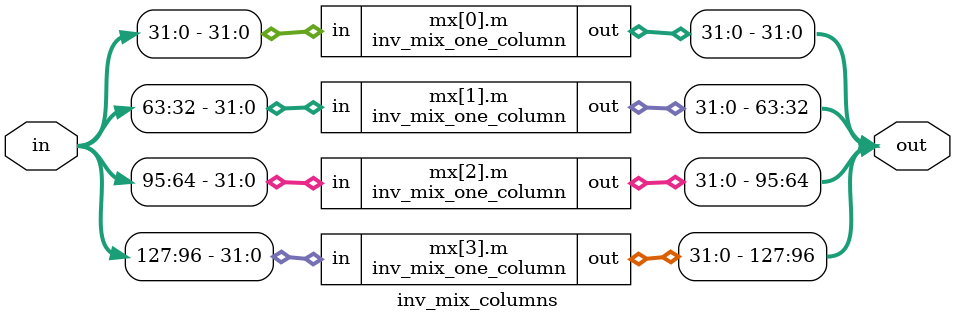
<source format=sv>


////////////////////////////////////////////////////
// One column mixing operation
////////////////////////////////////////////////////
module mix_one_column (in,out);

input [4*8-1:0] in;
output [4*8-1:0] out;
wire [4*8-1:0] out;

function [7:0] mult2;
	input [7:0] n;
	begin
		mult2 = {n[6],n[5],n[4],n[3]^n[7],n[2]^n[7],n[1],n[0]^n[7],n[7]};
	end
endfunction

function [7:0] mult3;
	input [7:0] n;
	begin
		mult3 = mult2(n) ^ n;
	end
endfunction

wire [7:0] s0_i,s1_i,s2_i,s3_i;
wire [7:0] s0_o,s1_o,s2_o,s3_o;

assign {s0_i,s1_i,s2_i,s3_i} = in;

assign s0_o = mult2(s0_i) ^ mult3(s1_i) ^ s2_i ^ s3_i;
assign s1_o = s0_i ^ mult2(s1_i) ^ mult3(s2_i) ^ s3_i;
assign s2_o = s0_i ^ s1_i ^ mult2(s2_i) ^ mult3(s3_i);
assign s3_o = mult3(s0_i) ^ s1_i ^ s2_i ^ mult2(s3_i);

assign out = {s0_o,s1_o,s2_o,s3_o};

endmodule

////////////////////////////////////////////////////
// mix_columns implemented as 4 single col mixers
////////////////////////////////////////////////////
module mix_columns (in,out);
input [16*8-1 : 0] in;
output [16*8-1 : 0] out;
wire [16*8-1 : 0] out;

genvar i;
generate
    for (i=0; i<4; i=i+1)
    begin : mx
       mix_one_column m (.in(in[32*i+31:32*i]),
						.out(out[32*i+31:32*i]));
    end
endgenerate
endmodule

////////////////////////////////////////////////////
// Inverse One column mixing operation
////////////////////////////////////////////////////
module inv_mix_one_column (in,out);

input [4*8-1:0] in;
output [4*8-1:0] out;
wire [4*8-1:0] out;

function [7:0] mult2;
	input [7:0] n;
	begin
		mult2 = {n[6],n[5],n[4],n[3]^n[7],n[2]^n[7],n[1],n[0]^n[7],n[7]};
	end
endfunction

function [7:0] mult4;
	input [7:0] n;
	begin
		mult4 = {n[5],	n[4],	n[3]^n[7],	n[2]^n[7]^n[6],
				n[6]^n[1],	n[0]^n[7],	n[6]^n[7],	n[6]};
	end
endfunction

function [7:0] mult8;
	input [7:0] n;
	begin
		mult8 = {n[4],	n[3]^n[7],	n[2]^n[7]^n[6],	n[5]^n[6]^n[1],
				n[5]^n[0]^n[7],	n[6]^n[7],	n[6]^n[5],	n[5]};
	end
endfunction

// equivalent to mult8 ^ mult2
function [7:0] multa;
	input [7:0] n;
	begin
		multa = {n[4]^n[6],	n[3]^n[7]^n[5],	n[4]^n[2]^n[7]^n[6],	n[5]^n[6]^n[1]^n[3]^n[7],
				n[5]^n[0]^n[2],	n[6]^n[7]^n[1],	n[0]^n[7]^n[6]^n[5],	n[7]^n[5]};
	end
endfunction

// equivalent to mult8 ^ mult4
function [7:0] multc;
	input [7:0] n;
	begin
		multc = {n[4]^n[5],	n[4]^n[3]^n[7],	n[2]^n[3]^n[6],	n[2]^n[5]^n[7]^n[1],
				n[6]^n[1]^n[5]^n[0]^n[7],	n[6]^n[0],	n[7]^n[5],	n[6]^n[5]};
	end
endfunction

function [7:0] mult9;
	input [7:0] n;
	begin
		mult9 = mult8(n) ^ n;
	end
endfunction

function [7:0] multb;
	input [7:0] n;
	begin
		multb = multa(n) ^ n;
	end
endfunction

function [7:0] multd;
	input [7:0] n;
	begin
		multd = multc(n) ^ n;
	end
endfunction

function [7:0] multe;
	input [7:0] n;
	begin
		multe = {n[5]^n[4]^n[6],	n[4]^n[3]^n[7]^n[5],	n[4]^n[2]^n[3]^n[6],	n[5]^n[2]^n[1]^n[3],
				n[6]^n[1]^n[5]^n[0]^n[2],	n[6]^n[0]^n[1],	n[0]^n[5],	n[7]^n[5]^n[6]};
	end
endfunction

wire [7:0] s0_i,s1_i,s2_i,s3_i;
wire [7:0] s0_o,s1_o,s2_o,s3_o;

assign {s0_i,s1_i,s2_i,s3_i} = in;

assign s0_o = multe(s0_i) ^ multb(s1_i) ^ multd(s2_i) ^ mult9(s3_i);
assign s1_o = mult9(s0_i) ^ multe(s1_i) ^ multb(s2_i) ^ multd(s3_i);
assign s2_o = multd(s0_i) ^ mult9(s1_i) ^ multe(s2_i) ^ multb(s3_i);
assign s3_o = multb(s0_i) ^ multd(s1_i) ^ mult9(s2_i) ^ multe(s3_i);

assign out = {s0_o,s1_o,s2_o,s3_o};

endmodule

////////////////////////////////////////////////////
// inv_mix_columns implemented as 4 single col mixers
////////////////////////////////////////////////////
module inv_mix_columns (in,out);
input [16*8-1 : 0] in;
output [16*8-1 : 0] out;
wire [16*8-1 : 0] out;

genvar i;
generate
    for (i=0; i<4; i=i+1)
    begin : mx
       inv_mix_one_column m (.in(in[32*i+31:32*i]),
						.out(out[32*i+31:32*i]));
    end
endgenerate
endmodule

/*
////////////////////////////////////////////////////
// Quick sanity checker testbench 
////////////////////////////////////////////////////
module mix_col_test ();
reg [31:0] dat;
wire [31:0] mix;
wire [31:0] inv;
reg fail = 0;

mix_one_column mc (.in(dat),.out(mix));
inv_mix_one_column imc (.in(mix),.out(inv));

initial begin 
	dat = 0;
	fail = 0;
	#100000
	if (!fail) $display ("PASS");
	$stop();
end

always begin
	#50 dat = $random;
	#50 if (inv != dat) begin
		$display ("Mismatch at time %d",$time);
		fail = 1;
	end
end

endmodule*/

</source>
